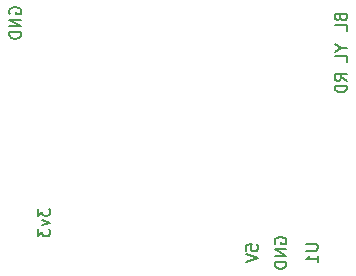
<source format=gbr>
%TF.GenerationSoftware,KiCad,Pcbnew,8.0.3*%
%TF.CreationDate,2024-09-12T16:22:09+02:00*%
%TF.ProjectId,LG-remote,4c472d72-656d-46f7-9465-2e6b69636164,rev?*%
%TF.SameCoordinates,Original*%
%TF.FileFunction,Legend,Bot*%
%TF.FilePolarity,Positive*%
%FSLAX46Y46*%
G04 Gerber Fmt 4.6, Leading zero omitted, Abs format (unit mm)*
G04 Created by KiCad (PCBNEW 8.0.3) date 2024-09-12 16:22:09*
%MOMM*%
%LPD*%
G01*
G04 APERTURE LIST*
%ADD10C,0.150000*%
G04 APERTURE END LIST*
D10*
X141964628Y-84177238D02*
X142440819Y-84177238D01*
X141440819Y-83843905D02*
X141964628Y-84177238D01*
X141964628Y-84177238D02*
X141440819Y-84510571D01*
X142440819Y-85320095D02*
X142440819Y-84843905D01*
X142440819Y-84843905D02*
X141440819Y-84843905D01*
X141917009Y-81581666D02*
X141964628Y-81724523D01*
X141964628Y-81724523D02*
X142012247Y-81772142D01*
X142012247Y-81772142D02*
X142107485Y-81819761D01*
X142107485Y-81819761D02*
X142250342Y-81819761D01*
X142250342Y-81819761D02*
X142345580Y-81772142D01*
X142345580Y-81772142D02*
X142393200Y-81724523D01*
X142393200Y-81724523D02*
X142440819Y-81629285D01*
X142440819Y-81629285D02*
X142440819Y-81248333D01*
X142440819Y-81248333D02*
X141440819Y-81248333D01*
X141440819Y-81248333D02*
X141440819Y-81581666D01*
X141440819Y-81581666D02*
X141488438Y-81676904D01*
X141488438Y-81676904D02*
X141536057Y-81724523D01*
X141536057Y-81724523D02*
X141631295Y-81772142D01*
X141631295Y-81772142D02*
X141726533Y-81772142D01*
X141726533Y-81772142D02*
X141821771Y-81724523D01*
X141821771Y-81724523D02*
X141869390Y-81676904D01*
X141869390Y-81676904D02*
X141917009Y-81581666D01*
X141917009Y-81581666D02*
X141917009Y-81248333D01*
X142440819Y-82724523D02*
X142440819Y-82248333D01*
X142440819Y-82248333D02*
X141440819Y-82248333D01*
X142440819Y-86931523D02*
X141964628Y-86598190D01*
X142440819Y-86360095D02*
X141440819Y-86360095D01*
X141440819Y-86360095D02*
X141440819Y-86741047D01*
X141440819Y-86741047D02*
X141488438Y-86836285D01*
X141488438Y-86836285D02*
X141536057Y-86883904D01*
X141536057Y-86883904D02*
X141631295Y-86931523D01*
X141631295Y-86931523D02*
X141774152Y-86931523D01*
X141774152Y-86931523D02*
X141869390Y-86883904D01*
X141869390Y-86883904D02*
X141917009Y-86836285D01*
X141917009Y-86836285D02*
X141964628Y-86741047D01*
X141964628Y-86741047D02*
X141964628Y-86360095D01*
X142440819Y-87360095D02*
X141440819Y-87360095D01*
X141440819Y-87360095D02*
X141440819Y-87598190D01*
X141440819Y-87598190D02*
X141488438Y-87741047D01*
X141488438Y-87741047D02*
X141583676Y-87836285D01*
X141583676Y-87836285D02*
X141678914Y-87883904D01*
X141678914Y-87883904D02*
X141869390Y-87931523D01*
X141869390Y-87931523D02*
X142012247Y-87931523D01*
X142012247Y-87931523D02*
X142202723Y-87883904D01*
X142202723Y-87883904D02*
X142297961Y-87836285D01*
X142297961Y-87836285D02*
X142393200Y-87741047D01*
X142393200Y-87741047D02*
X142440819Y-87598190D01*
X142440819Y-87598190D02*
X142440819Y-87360095D01*
X113929438Y-81280095D02*
X113881819Y-81184857D01*
X113881819Y-81184857D02*
X113881819Y-81042000D01*
X113881819Y-81042000D02*
X113929438Y-80899143D01*
X113929438Y-80899143D02*
X114024676Y-80803905D01*
X114024676Y-80803905D02*
X114119914Y-80756286D01*
X114119914Y-80756286D02*
X114310390Y-80708667D01*
X114310390Y-80708667D02*
X114453247Y-80708667D01*
X114453247Y-80708667D02*
X114643723Y-80756286D01*
X114643723Y-80756286D02*
X114738961Y-80803905D01*
X114738961Y-80803905D02*
X114834200Y-80899143D01*
X114834200Y-80899143D02*
X114881819Y-81042000D01*
X114881819Y-81042000D02*
X114881819Y-81137238D01*
X114881819Y-81137238D02*
X114834200Y-81280095D01*
X114834200Y-81280095D02*
X114786580Y-81327714D01*
X114786580Y-81327714D02*
X114453247Y-81327714D01*
X114453247Y-81327714D02*
X114453247Y-81137238D01*
X114881819Y-81756286D02*
X113881819Y-81756286D01*
X113881819Y-81756286D02*
X114881819Y-82327714D01*
X114881819Y-82327714D02*
X113881819Y-82327714D01*
X114881819Y-82803905D02*
X113881819Y-82803905D01*
X113881819Y-82803905D02*
X113881819Y-83042000D01*
X113881819Y-83042000D02*
X113929438Y-83184857D01*
X113929438Y-83184857D02*
X114024676Y-83280095D01*
X114024676Y-83280095D02*
X114119914Y-83327714D01*
X114119914Y-83327714D02*
X114310390Y-83375333D01*
X114310390Y-83375333D02*
X114453247Y-83375333D01*
X114453247Y-83375333D02*
X114643723Y-83327714D01*
X114643723Y-83327714D02*
X114738961Y-83280095D01*
X114738961Y-83280095D02*
X114834200Y-83184857D01*
X114834200Y-83184857D02*
X114881819Y-83042000D01*
X114881819Y-83042000D02*
X114881819Y-82803905D01*
X139008319Y-100742595D02*
X139817842Y-100742595D01*
X139817842Y-100742595D02*
X139913080Y-100790214D01*
X139913080Y-100790214D02*
X139960700Y-100837833D01*
X139960700Y-100837833D02*
X140008319Y-100933071D01*
X140008319Y-100933071D02*
X140008319Y-101123547D01*
X140008319Y-101123547D02*
X139960700Y-101218785D01*
X139960700Y-101218785D02*
X139913080Y-101266404D01*
X139913080Y-101266404D02*
X139817842Y-101314023D01*
X139817842Y-101314023D02*
X139008319Y-101314023D01*
X140008319Y-102314023D02*
X140008319Y-101742595D01*
X140008319Y-102028309D02*
X139008319Y-102028309D01*
X139008319Y-102028309D02*
X139151176Y-101933071D01*
X139151176Y-101933071D02*
X139246414Y-101837833D01*
X139246414Y-101837833D02*
X139294033Y-101742595D01*
X133928319Y-101314023D02*
X133928319Y-100837833D01*
X133928319Y-100837833D02*
X134404509Y-100790214D01*
X134404509Y-100790214D02*
X134356890Y-100837833D01*
X134356890Y-100837833D02*
X134309271Y-100933071D01*
X134309271Y-100933071D02*
X134309271Y-101171166D01*
X134309271Y-101171166D02*
X134356890Y-101266404D01*
X134356890Y-101266404D02*
X134404509Y-101314023D01*
X134404509Y-101314023D02*
X134499747Y-101361642D01*
X134499747Y-101361642D02*
X134737842Y-101361642D01*
X134737842Y-101361642D02*
X134833080Y-101314023D01*
X134833080Y-101314023D02*
X134880700Y-101266404D01*
X134880700Y-101266404D02*
X134928319Y-101171166D01*
X134928319Y-101171166D02*
X134928319Y-100933071D01*
X134928319Y-100933071D02*
X134880700Y-100837833D01*
X134880700Y-100837833D02*
X134833080Y-100790214D01*
X133928319Y-101647357D02*
X134928319Y-101980690D01*
X134928319Y-101980690D02*
X133928319Y-102314023D01*
X136388938Y-100742595D02*
X136341319Y-100647357D01*
X136341319Y-100647357D02*
X136341319Y-100504500D01*
X136341319Y-100504500D02*
X136388938Y-100361643D01*
X136388938Y-100361643D02*
X136484176Y-100266405D01*
X136484176Y-100266405D02*
X136579414Y-100218786D01*
X136579414Y-100218786D02*
X136769890Y-100171167D01*
X136769890Y-100171167D02*
X136912747Y-100171167D01*
X136912747Y-100171167D02*
X137103223Y-100218786D01*
X137103223Y-100218786D02*
X137198461Y-100266405D01*
X137198461Y-100266405D02*
X137293700Y-100361643D01*
X137293700Y-100361643D02*
X137341319Y-100504500D01*
X137341319Y-100504500D02*
X137341319Y-100599738D01*
X137341319Y-100599738D02*
X137293700Y-100742595D01*
X137293700Y-100742595D02*
X137246080Y-100790214D01*
X137246080Y-100790214D02*
X136912747Y-100790214D01*
X136912747Y-100790214D02*
X136912747Y-100599738D01*
X137341319Y-101218786D02*
X136341319Y-101218786D01*
X136341319Y-101218786D02*
X137341319Y-101790214D01*
X137341319Y-101790214D02*
X136341319Y-101790214D01*
X137341319Y-102266405D02*
X136341319Y-102266405D01*
X136341319Y-102266405D02*
X136341319Y-102504500D01*
X136341319Y-102504500D02*
X136388938Y-102647357D01*
X136388938Y-102647357D02*
X136484176Y-102742595D01*
X136484176Y-102742595D02*
X136579414Y-102790214D01*
X136579414Y-102790214D02*
X136769890Y-102837833D01*
X136769890Y-102837833D02*
X136912747Y-102837833D01*
X136912747Y-102837833D02*
X137103223Y-102790214D01*
X137103223Y-102790214D02*
X137198461Y-102742595D01*
X137198461Y-102742595D02*
X137293700Y-102647357D01*
X137293700Y-102647357D02*
X137341319Y-102504500D01*
X137341319Y-102504500D02*
X137341319Y-102266405D01*
X116294819Y-97766024D02*
X116294819Y-98385071D01*
X116294819Y-98385071D02*
X116675771Y-98051738D01*
X116675771Y-98051738D02*
X116675771Y-98194595D01*
X116675771Y-98194595D02*
X116723390Y-98289833D01*
X116723390Y-98289833D02*
X116771009Y-98337452D01*
X116771009Y-98337452D02*
X116866247Y-98385071D01*
X116866247Y-98385071D02*
X117104342Y-98385071D01*
X117104342Y-98385071D02*
X117199580Y-98337452D01*
X117199580Y-98337452D02*
X117247200Y-98289833D01*
X117247200Y-98289833D02*
X117294819Y-98194595D01*
X117294819Y-98194595D02*
X117294819Y-97908881D01*
X117294819Y-97908881D02*
X117247200Y-97813643D01*
X117247200Y-97813643D02*
X117199580Y-97766024D01*
X116628152Y-98718405D02*
X117294819Y-98956500D01*
X117294819Y-98956500D02*
X116628152Y-99194595D01*
X116294819Y-99480310D02*
X116294819Y-100099357D01*
X116294819Y-100099357D02*
X116675771Y-99766024D01*
X116675771Y-99766024D02*
X116675771Y-99908881D01*
X116675771Y-99908881D02*
X116723390Y-100004119D01*
X116723390Y-100004119D02*
X116771009Y-100051738D01*
X116771009Y-100051738D02*
X116866247Y-100099357D01*
X116866247Y-100099357D02*
X117104342Y-100099357D01*
X117104342Y-100099357D02*
X117199580Y-100051738D01*
X117199580Y-100051738D02*
X117247200Y-100004119D01*
X117247200Y-100004119D02*
X117294819Y-99908881D01*
X117294819Y-99908881D02*
X117294819Y-99623167D01*
X117294819Y-99623167D02*
X117247200Y-99527929D01*
X117247200Y-99527929D02*
X117199580Y-99480310D01*
M02*

</source>
